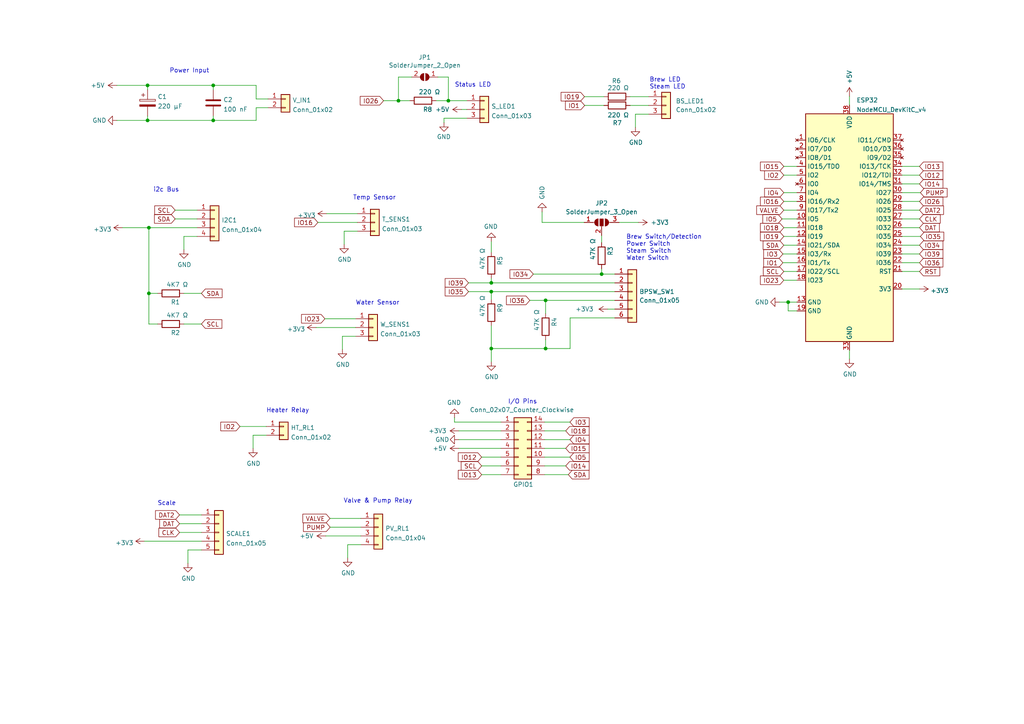
<source format=kicad_sch>
(kicad_sch (version 20230121) (generator eeschema)
  (paper "A4")
  (title_block (title "ESP32 Breakout Board - SMD") (date "2023-12-25") (rev "1.0") (company "CleverCoffee "))
  (lib_symbols
    (symbol "Conn_01x04_1" (pin_names (offset 1.016) hide)
      (property "Reference" "J" (at 0 5.08 0))
      (property "Value" "Conn_01x04_1" (at 0 -7.62 0))
      (symbol "Conn_01x04_1_1_1"
        (rectangle (start -1.27 -4.953) (end 0 -5.207) (stroke (width 0.1524)))
        (rectangle (start -1.27 -2.413) (end 0 -2.667) (stroke (width 0.1524)))
        (rectangle (start -1.27 0.127) (end 0 -0.127) (stroke (width 0.1524)))
        (rectangle (start -1.27 2.667) (end 0 2.413) (stroke (width 0.1524)))
        (rectangle (start -1.27 3.81) (end 1.27 -6.35) (stroke (width 0.254)) (fill (type background)))
        (pin passive line (at -5.08 2.54 0) (length 3.81) (name "Pin_1") (number "1"))
        (pin passive line (at -5.08 0 0) (length 3.81) (name "Pin_2") (number "2"))
        (pin passive line (at -5.08 -2.54 0) (length 3.81) (name "Pin_3") (number "3"))
        (pin passive line (at -5.08 -5.08 0) (length 3.81) (name "Pin_4") (number "4"))
      )
    )
    (symbol "Connector_Generic:Conn_01x02" (pin_names (offset 1.016) hide)
      (property "Reference" "J" (at 0 2.54 0))
      (property "Value" "Conn_01x02" (at 0 -5.08 0))
      (symbol "Conn_01x02_1_1"
        (rectangle (start -1.27 -2.413) (end 0 -2.667) (stroke (width 0.1524)))
        (rectangle (start -1.27 0.127) (end 0 -0.127) (stroke (width 0.1524)))
        (rectangle (start -1.27 1.27) (end 1.27 -3.81) (stroke (width 0.254)) (fill (type background)))
        (pin passive line (at -5.08 0 0) (length 3.81) (name "Pin_1") (number "1"))
        (pin passive line (at -5.08 -2.54 0) (length 3.81) (name "Pin_2") (number "2"))
      )
    )
    (symbol "Connector_Generic:Conn_01x03" (pin_names (offset 1.016) hide)
      (property "Reference" "J" (at 0 5.08 0))
      (property "Value" "Conn_01x03" (at 0 -5.08 0))
      (symbol "Conn_01x03_1_1"
        (rectangle (start -1.27 -2.413) (end 0 -2.667) (stroke (width 0.1524)))
        (rectangle (start -1.27 0.127) (end 0 -0.127) (stroke (width 0.1524)))
        (rectangle (start -1.27 2.667) (end 0 2.413) (stroke (width 0.1524)))
        (rectangle (start -1.27 3.81) (end 1.27 -3.81) (stroke (width 0.254)) (fill (type background)))
        (pin passive line (at -5.08 2.54 0) (length 3.81) (name "Pin_1") (number "1"))
        (pin passive line (at -5.08 0 0) (length 3.81) (name "Pin_2") (number "2"))
        (pin passive line (at -5.08 -2.54 0) (length 3.81) (name "Pin_3") (number "3"))
      )
    )
    (symbol "Connector_Generic:Conn_01x04" (pin_names (offset 1.016) hide)
      (property "Reference" "J" (at 0 5.08 0))
      (property "Value" "Conn_01x04" (at 0 -7.62 0))
      (symbol "Conn_01x04_1_1"
        (rectangle (start -1.27 -4.953) (end 0 -5.207) (stroke (width 0.1524)))
        (rectangle (start -1.27 -2.413) (end 0 -2.667) (stroke (width 0.1524)))
        (rectangle (start -1.27 0.127) (end 0 -0.127) (stroke (width 0.1524)))
        (rectangle (start -1.27 2.667) (end 0 2.413) (stroke (width 0.1524)))
        (rectangle (start -1.27 3.81) (end 1.27 -6.35) (stroke (width 0.254)) (fill (type background)))
        (pin passive line (at -5.08 2.54 0) (length 3.81) (name "Pin_1") (number "1"))
        (pin passive line (at -5.08 0 0) (length 3.81) (name "Pin_2") (number "2"))
        (pin passive line (at -5.08 -2.54 0) (length 3.81) (name "Pin_3") (number "3"))
        (pin passive line (at -5.08 -5.08 0) (length 3.81) (name "Pin_4") (number "4"))
      )
    )
    (symbol "Connector_Generic:Conn_01x05" (pin_names (offset 1.016) hide)
      (property "Reference" "J" (at 0 7.62 0))
      (property "Value" "Conn_01x05" (at 0 -7.62 0))
      (symbol "Conn_01x05_1_1"
        (rectangle (start -1.27 -4.953) (end 0 -5.207) (stroke (width 0.1524)))
        (rectangle (start -1.27 -2.413) (end 0 -2.667) (stroke (width 0.1524)))
        (rectangle (start -1.27 0.127) (end 0 -0.127) (stroke (width 0.1524)))
        (rectangle (start -1.27 2.667) (end 0 2.413) (stroke (width 0.1524)))
        (rectangle (start -1.27 5.207) (end 0 4.953) (stroke (width 0.1524)))
        (rectangle (start -1.27 6.35) (end 1.27 -6.35) (stroke (width 0.254)) (fill (type background)))
        (pin passive line (at -5.08 5.08 0) (length 3.81) (name "Pin_1") (number "1"))
        (pin passive line (at -5.08 2.54 0) (length 3.81) (name "Pin_2") (number "2"))
        (pin passive line (at -5.08 0 0) (length 3.81) (name "Pin_3") (number "3"))
        (pin passive line (at -5.08 -2.54 0) (length 3.81) (name "Pin_4") (number "4"))
        (pin passive line (at -5.08 -5.08 0) (length 3.81) (name "Pin_5") (number "5"))
      )
    )
    (symbol "Connector_Generic:Conn_01x06" (pin_names (offset 1.016) hide)
      (property "Reference" "J" (at 0 7.62 0))
      (property "Value" "Conn_01x06" (at 0 -10.16 0))
      (symbol "Conn_01x06_1_1"
        (rectangle (start -1.27 -7.493) (end 0 -7.747) (stroke (width 0.1524)))
        (rectangle (start -1.27 -4.953) (end 0 -5.207) (stroke (width 0.1524)))
        (rectangle (start -1.27 -2.413) (end 0 -2.667) (stroke (width 0.1524)))
        (rectangle (start -1.27 0.127) (end 0 -0.127) (stroke (width 0.1524)))
        (rectangle (start -1.27 2.667) (end 0 2.413) (stroke (width 0.1524)))
        (rectangle (start -1.27 5.207) (end 0 4.953) (stroke (width 0.1524)))
        (rectangle (start -1.27 6.35) (end 1.27 -8.89) (stroke (width 0.254)) (fill (type background)))
        (pin passive line (at -5.08 5.08 0) (length 3.81) (name "Pin_1") (number "1"))
        (pin passive line (at -5.08 2.54 0) (length 3.81) (name "Pin_2") (number "2"))
        (pin passive line (at -5.08 0 0) (length 3.81) (name "Pin_3") (number "3"))
        (pin passive line (at -5.08 -2.54 0) (length 3.81) (name "Pin_4") (number "4"))
        (pin passive line (at -5.08 -5.08 0) (length 3.81) (name "Pin_5") (number "5"))
        (pin passive line (at -5.08 -7.62 0) (length 3.81) (name "Pin_6") (number "6"))
      )
    )
    (symbol "Connector_Generic:Conn_02x07_Counter_Clockwise" (pin_names (offset 1.016) hide)
      (property "Reference" "J" (at 1.27 10.16 0))
      (property "Value" "Conn_02x07_Counter_Clockwise" (at 1.27 -10.16 0))
      (symbol "Conn_02x07_Counter_Clockwise_1_1"
        (rectangle (start -1.27 -7.493) (end 0 -7.747) (stroke (width 0.1524)))
        (rectangle (start -1.27 -4.953) (end 0 -5.207) (stroke (width 0.1524)))
        (rectangle (start -1.27 -2.413) (end 0 -2.667) (stroke (width 0.1524)))
        (rectangle (start -1.27 0.127) (end 0 -0.127) (stroke (width 0.1524)))
        (rectangle (start -1.27 2.667) (end 0 2.413) (stroke (width 0.1524)))
        (rectangle (start -1.27 5.207) (end 0 4.953) (stroke (width 0.1524)))
        (rectangle (start -1.27 7.747) (end 0 7.493) (stroke (width 0.1524)))
        (rectangle (start -1.27 8.89) (end 3.81 -8.89) (stroke (width 0.254)) (fill (type background)))
        (rectangle (start 3.81 -7.493) (end 2.54 -7.747) (stroke (width 0.1524)))
        (rectangle (start 3.81 -4.953) (end 2.54 -5.207) (stroke (width 0.1524)))
        (rectangle (start 3.81 -2.413) (end 2.54 -2.667) (stroke (width 0.1524)))
        (rectangle (start 3.81 0.127) (end 2.54 -0.127) (stroke (width 0.1524)))
        (rectangle (start 3.81 2.667) (end 2.54 2.413) (stroke (width 0.1524)))
        (rectangle (start 3.81 5.207) (end 2.54 4.953) (stroke (width 0.1524)))
        (rectangle (start 3.81 7.747) (end 2.54 7.493) (stroke (width 0.1524)))
        (pin passive line (at -5.08 7.62 0) (length 3.81) (name "Pin_1") (number "1"))
        (pin passive line (at 7.62 -2.54 180) (length 3.81) (name "Pin_10") (number "10"))
        (pin passive line (at 7.62 0 180) (length 3.81) (name "Pin_11") (number "11"))
        (pin passive line (at 7.62 2.54 180) (length 3.81) (name "Pin_12") (number "12"))
        (pin passive line (at 7.62 5.08 180) (length 3.81) (name "Pin_13") (number "13"))
        (pin passive line (at 7.62 7.62 180) (length 3.81) (name "Pin_14") (number "14"))
        (pin passive line (at -5.08 5.08 0) (length 3.81) (name "Pin_2") (number "2"))
        (pin passive line (at -5.08 2.54 0) (length 3.81) (name "Pin_3") (number "3"))
        (pin passive line (at -5.08 0 0) (length 3.81) (name "Pin_4") (number "4"))
        (pin passive line (at -5.08 -2.54 0) (length 3.81) (name "Pin_5") (number "5"))
        (pin passive line (at -5.08 -5.08 0) (length 3.81) (name "Pin_6") (number "6"))
        (pin passive line (at -5.08 -7.62 0) (length 3.81) (name "Pin_7") (number "7"))
        (pin passive line (at 7.62 -7.62 180) (length 3.81) (name "Pin_8") (number "8"))
        (pin passive line (at 7.62 -5.08 180) (length 3.81) (name "Pin_9") (number "9"))
      )
    )
    (symbol "Device:C" (pin_numbers hide) (pin_names (offset 0.254))
      (property "Reference" "C" (at 0.635 2.54 0))
      (property "Value" "C" (at 0.635 -2.54 0))
      (symbol "C_0_1"
        (polyline (pts (xy -2.032 -0.762) (xy 2.032 -0.762)) (stroke (width 0.508)))
        (polyline (pts (xy -2.032 0.762) (xy 2.032 0.762)) (stroke (width 0.508)))
      )
      (symbol "C_1_1"
        (pin passive line (at 0 3.81 270) (length 2.794) (name "~") (number "1"))
        (pin passive line (at 0 -3.81 90) (length 2.794) (name "~") (number "2"))
      )
    )
    (symbol "Device:C_Polarized" (pin_numbers hide) (pin_names (offset 0.254))
      (property "Reference" "C" (at 0.635 2.54 0))
      (property "Value" "C_Polarized" (at 0.635 -2.54 0))
      (symbol "C_Polarized_0_1"
        (rectangle (start -2.286 0.508) (end 2.286 1.016))
        (polyline (pts (xy -1.778 2.286) (xy -0.762 2.286)))
        (polyline (pts (xy -1.27 2.794) (xy -1.27 1.778)))
        (rectangle (start 2.286 -0.508) (end -2.286 -1.016) (fill (type outline)))
      )
      (symbol "C_Polarized_1_1"
        (pin passive line (at 0 3.81 270) (length 2.794) (name "~") (number "1"))
        (pin passive line (at 0 -3.81 90) (length 2.794) (name "~") (number "2"))
      )
    )
    (symbol "Device:R" (pin_numbers hide) (pin_names (offset 0))
      (property "Reference" "R" (at 2.032 0 90))
      (property "Value" "R" (at 0 0 90))
      (symbol "R_0_1"
        (rectangle (start -1.016 -2.54) (end 1.016 2.54) (stroke (width 0.254)))
      )
      (symbol "R_1_1"
        (pin passive line (at 0 3.81 270) (length 1.27) (name "~") (number "1"))
        (pin passive line (at 0 -3.81 90) (length 1.27) (name "~") (number "2"))
      )
    )
    (symbol "Jumper:SolderJumper_2_Open" (pin_names (offset 0) hide)
      (property "Reference" "JP" (at 0 2.032 0))
      (property "Value" "SolderJumper_2_Open" (at 0 -2.54 0))
      (symbol "SolderJumper_2_Open_0_1"
        (arc (start -0.254 1.016) (mid -1.2656 0) (end -0.254 -1.016))
        (arc (start -0.254 1.016) (mid -1.2656 0) (end -0.254 -1.016) (fill (type outline)))
        (polyline (pts (xy -0.254 1.016) (xy -0.254 -1.016)))
        (polyline (pts (xy 0.254 1.016) (xy 0.254 -1.016)))
        (arc (start 0.254 -1.016) (mid 1.2656 0) (end 0.254 1.016))
        (arc (start 0.254 -1.016) (mid 1.2656 0) (end 0.254 1.016) (fill (type outline)))
      )
      (symbol "SolderJumper_2_Open_1_1"
        (pin passive line (at -3.81 0 0) (length 2.54) (name "A") (number "1"))
        (pin passive line (at 3.81 0 180) (length 2.54) (name "B") (number "2"))
      )
    )
    (symbol "Jumper:SolderJumper_3_Open" (pin_names (offset 0) hide)
      (property "Reference" "JP" (at -2.54 -2.54 0))
      (property "Value" "SolderJumper_3_Open" (at 0 2.794 0))
      (symbol "SolderJumper_3_Open_0_1"
        (arc (start -1.016 1.016) (mid -2.0276 0) (end -1.016 -1.016))
        (arc (start -1.016 1.016) (mid -2.0276 0) (end -1.016 -1.016) (fill (type outline)))
        (rectangle (start -0.508 1.016) (end 0.508 -1.016) (fill (type outline)))
        (polyline (pts (xy -2.54 0) (xy -2.032 0)))
        (polyline (pts (xy -1.016 1.016) (xy -1.016 -1.016)))
        (polyline (pts (xy 0 -1.27) (xy 0 -1.016)))
        (polyline (pts (xy 1.016 1.016) (xy 1.016 -1.016)))
        (polyline (pts (xy 2.54 0) (xy 2.032 0)))
        (arc (start 1.016 -1.016) (mid 2.0276 0) (end 1.016 1.016))
        (arc (start 1.016 -1.016) (mid 2.0276 0) (end 1.016 1.016) (fill (type outline)))
      )
      (symbol "SolderJumper_3_Open_1_1"
        (pin passive line (at -5.08 0 0) (length 2.54) (name "A") (number "1"))
        (pin passive line (at 0 -3.81 90) (length 2.54) (name "C") (number "2"))
        (pin passive line (at 5.08 0 180) (length 2.54) (name "B") (number "3"))
      )
    )
    (symbol "MCU_Espressif:NodeMCU_DevKitC_v4"
      (property "Reference" "ESP32" (at 2.0194 36.9865 0))
      (property "Value" "NodeMCU_DevKitC_v4" (at 2.0194 34.2114 0))
      (symbol "NodeMCU_DevKitC_v4_0_1"
        (rectangle (start -12.7 33.02) (end 12.7 -33.02) (stroke (width 0.254)) (fill (type background)))
      )
      (symbol "NodeMCU_DevKitC_v4_1_1"
        (pin no_connect line (at -15.24 25.4 0) (length 2.54) (name "IO6/CLK") (number "1"))
        (pin bidirectional line (at -15.24 2.54 0) (length 2.54) (name "IO5") (number "10"))
        (pin bidirectional line (at -15.24 0 0) (length 2.54) (name "IO18") (number "11"))
        (pin bidirectional line (at -15.24 -2.54 0) (length 2.54) (name "IO19") (number "12"))
        (pin power_in line (at -15.24 -21.59 0) (length 2.54) (name "GND") (number "13"))
        (pin bidirectional line (at -15.24 -5.08 0) (length 2.54) (name "IO21/SDA") (number "14"))
        (pin bidirectional line (at -15.24 -7.62 0) (length 2.54) (name "IO3/Rx") (number "15"))
        (pin bidirectional line (at -15.24 -10.16 0) (length 2.54) (name "IO1/Tx") (number "16"))
        (pin bidirectional line (at -15.24 -12.7 0) (length 2.54) (name "IO22/SCL") (number "17"))
        (pin bidirectional line (at -15.24 -15.24 0) (length 2.54) (name "IO23") (number "18"))
        (pin power_in line (at -15.24 -24.13 0) (length 2.54) (name "GND") (number "19"))
        (pin no_connect line (at -15.24 22.86 0) (length 2.54) (name "IO7/D0") (number "2"))
        (pin power_out line (at 15.24 -17.78 180) (length 2.54) (name "3V3") (number "20"))
        (pin input line (at 15.24 -12.7 180) (length 2.54) (name "RST") (number "21"))
        (pin bidirectional line (at 15.24 -10.16 180) (length 2.54) (name "IO36") (number "22"))
        (pin bidirectional line (at 15.24 -7.62 180) (length 2.54) (name "IO39") (number "23"))
        (pin bidirectional line (at 15.24 -5.08 180) (length 2.54) (name "IO34") (number "24"))
        (pin bidirectional line (at 15.24 -2.54 180) (length 2.54) (name "IO35") (number "25"))
        (pin bidirectional line (at 15.24 0 180) (length 2.54) (name "IO32") (number "26"))
        (pin bidirectional line (at 15.24 2.54 180) (length 2.54) (name "IO33") (number "27"))
        (pin bidirectional line (at 15.24 5.08 180) (length 2.54) (name "IO25") (number "28"))
        (pin bidirectional line (at 15.24 7.62 180) (length 2.54) (name "IO26") (number "29"))
        (pin no_connect line (at -15.24 20.32 0) (length 2.54) (name "IO8/D1") (number "3"))
        (pin bidirectional line (at 15.24 10.16 180) (length 2.54) (name "IO27") (number "30"))
        (pin bidirectional line (at 15.24 12.7 180) (length 2.54) (name "IO14/TMS") (number "31"))
        (pin bidirectional line (at 15.24 15.24 180) (length 2.54) (name "IO12/TDI") (number "32"))
        (pin power_in line (at 0 -35.56 90) (length 2.54) (name "GND") (number "33"))
        (pin bidirectional line (at 15.24 17.78 180) (length 2.54) (name "IO13/TCK") (number "34"))
        (pin no_connect line (at 15.24 20.32 180) (length 2.54) (name "IO9/D2") (number "35"))
        (pin no_connect line (at 15.24 22.86 180) (length 2.54) (name "IO10/D3") (number "36"))
        (pin no_connect line (at 15.24 25.4 180) (length 2.54) (name "IO11/CMD") (number "37"))
        (pin power_in line (at 0 35.56 270) (length 2.54) (name "VDD") (number "38"))
        (pin bidirectional line (at -15.24 17.78 0) (length 2.54) (name "IO15/TDO") (number "4"))
        (pin bidirectional line (at -15.24 15.24 0) (length 2.54) (name "IO2") (number "5"))
        (pin no_connect line (at -15.24 12.7 0) (length 2.54) (name "IO0") (number "6"))
        (pin bidirectional line (at -15.24 10.16 0) (length 2.54) (name "IO4") (number "7"))
        (pin bidirectional line (at -15.24 7.62 0) (length 2.54) (name "IO16/Rx2") (number "8"))
        (pin bidirectional line (at -15.24 5.08 0) (length 2.54) (name "IO17/Tx2") (number "9"))
      )
    )
    (symbol "power:+3.3V" (power) (pin_names (offset 0))
      (property "Value" "+3.3V" (at 0 3.556 0))
      (symbol "+3.3V_0_1"
        (polyline (pts (xy -0.762 1.27) (xy 0 2.54)))
        (polyline (pts (xy 0 0) (xy 0 2.54)))
        (polyline (pts (xy 0 2.54) (xy 0.762 1.27)))
      )
      (symbol "+3.3V_1_1"
        (pin power_in line (at 0 0 90) (length 0) hide (name "+3V3") (number "1"))
      )
    )
    (symbol "power:+5V" (power) (pin_names (offset 0))
      (property "Value" "+5V" (at 0 3.556 0))
      (symbol "+5V_0_1"
        (polyline (pts (xy -0.762 1.27) (xy 0 2.54)))
        (polyline (pts (xy 0 0) (xy 0 2.54)))
        (polyline (pts (xy 0 2.54) (xy 0.762 1.27)))
      )
      (symbol "+5V_1_1"
        (pin power_in line (at 0 0 90) (length 0) hide (name "+5V") (number "1"))
      )
    )
    (symbol "power:GND" (power) (pin_names (offset 0))
      (property "Value" "GND" (at 0 -3.81 0))
      (symbol "GND_0_1"
        (polyline (pts (xy 0 0) (xy 0 -1.27) (xy 1.27 -1.27) (xy 0 -2.54) (xy -1.27 -1.27) (xy 0 -1.27)))
      )
      (symbol "GND_1_1"
        (pin power_in line (at 0 0 270) (length 0) hide (name "GND") (number "1"))
      )
    )
  )
  (junction (at 43.18 66.04))
  (junction (at 43.18 85.09))
  (junction (at 228.6 87.63))
  (junction (at 61.849 34.925))
  (junction (at 142.494 84.582))
  (junction (at 115.57 29.21))
  (junction (at 61.849 24.765))
  (junction (at 158.242 101.092))
  (junction (at 42.799 24.765))
  (junction (at 174.498 79.502))
  (junction (at 158.242 87.122))
  (junction (at 42.799 34.925))
  (junction (at 142.494 82.042))
  (junction (at 142.494 101.092))
  (junction (at 130.048 29.21))
  (wire (pts (xy 94.234 92.456) (xy 103.124 92.456)))
  (wire (pts (xy 133.096 130.048) (xy 145.288 130.048)))
  (wire (pts (xy 54.5084 159.512) (xy 54.5084 163.3728)))
  (wire (pts (xy 92.202 64.516) (xy 103.632 64.516)))
  (wire (pts (xy 131.826 122.428) (xy 131.826 121.158)))
  (wire (pts (xy 184.3024 36.9316) (xy 184.3024 33.1216)))
  (wire (pts (xy 157.988 124.968) (xy 164.084 124.968)))
  (wire (pts (xy 226.06 87.63) (xy 228.6 87.63)))
  (wire (pts (xy 43.18 85.09) (xy 43.18 93.98)))
  (wire (pts (xy 145.288 122.428) (xy 131.826 122.428)))
  (wire (pts (xy 94.488 155.448) (xy 104.648 155.448)))
  (wire (pts (xy 77.724 31.242) (xy 74.295 31.242)))
  (wire (pts (xy 61.849 24.765) (xy 61.849 26.035)))
  (wire (pts (xy 99.314 97.536) (xy 103.124 97.536)))
  (wire (pts (xy 50.8 63.5) (xy 57.15 63.5)))
  (wire (pts (xy 153.67 87.122) (xy 158.242 87.122)))
  (wire (pts (xy 42.799 34.925) (xy 61.849 34.925)))
  (wire (pts (xy 43.18 85.09) (xy 45.72 85.09)))
  (wire (pts (xy 246.38 101.6) (xy 246.38 104.14)))
  (wire (pts (xy 139.7 132.588) (xy 145.288 132.588)))
  (wire (pts (xy 99.314 101.346) (xy 99.314 97.536)))
  (wire (pts (xy 74.295 24.765) (xy 74.295 28.702)))
  (wire (pts (xy 53.34 93.98) (xy 58.42 93.98)))
  (wire (pts (xy 133.096 127.508) (xy 145.288 127.508)))
  (wire (pts (xy 133.096 124.968) (xy 145.288 124.968)))
  (wire (pts (xy 94.742 61.976) (xy 103.632 61.976)))
  (wire (pts (xy 42.799 24.765) (xy 42.799 26.035)))
  (wire (pts (xy 61.849 33.655) (xy 61.849 34.925)))
  (wire (pts (xy 126.492 29.21) (xy 130.048 29.21)))
  (wire (pts (xy 169.5196 28.0416) (xy 175.1584 28.0416)))
  (wire (pts (xy 228.6 87.63) (xy 231.14 87.63)))
  (wire (pts (xy 246.38 27.94) (xy 246.38 30.48)))
  (wire (pts (xy 43.18 66.04) (xy 43.18 85.09)))
  (wire (pts (xy 227.33 50.8) (xy 231.14 50.8)))
  (wire (pts (xy 42.799 33.655) (xy 42.799 34.925)))
  (wire (pts (xy 135.89 84.582) (xy 142.494 84.582)))
  (wire (pts (xy 261.62 50.8) (xy 266.7 50.8)))
  (wire (pts (xy 139.7 135.128) (xy 145.288 135.128)))
  (wire (pts (xy 100.838 161.798) (xy 100.838 157.988)))
  (wire (pts (xy 174.498 68.326) (xy 174.498 70.358)))
  (wire (pts (xy 53.34 68.58) (xy 53.34 72.39)))
  (wire (pts (xy 77.724 28.702) (xy 74.295 28.702)))
  (wire (pts (xy 226.822 63.5) (xy 231.14 63.5)))
  (wire (pts (xy 227.33 68.58) (xy 231.14 68.58)))
  (wire (pts (xy 227.33 71.12) (xy 231.14 71.12)))
  (wire (pts (xy 99.822 67.056) (xy 103.632 67.056)))
  (wire (pts (xy 77.216 126.238) (xy 73.406 126.238)))
  (wire (pts (xy 227.076 76.2) (xy 231.14 76.2)))
  (wire (pts (xy 130.048 22.352) (xy 130.048 29.21)))
  (wire (pts (xy 158.242 87.122) (xy 178.308 87.122)))
  (wire (pts (xy 52.07 154.432) (xy 58.42 154.432)))
  (wire (pts (xy 157.988 127.508) (xy 165.3032 127.508)))
  (wire (pts (xy 158.242 98.552) (xy 158.242 101.092)))
  (wire (pts (xy 261.62 60.96) (xy 266.7 60.96)))
  (wire (pts (xy 95.758 152.908) (xy 104.648 152.908)))
  (wire (pts (xy 261.62 58.42) (xy 266.7 58.42)))
  (wire (pts (xy 261.62 53.34) (xy 266.7 53.34)))
  (wire (pts (xy 128.778 34.29) (xy 128.778 35.56)))
  (wire (pts (xy 115.57 22.352) (xy 115.57 29.21)))
  (wire (pts (xy 157.226 61.468) (xy 157.226 64.516)))
  (wire (pts (xy 261.62 48.26) (xy 266.7 48.26)))
  (wire (pts (xy 227.33 55.88) (xy 231.14 55.88)))
  (wire (pts (xy 179.578 64.516) (xy 185.166 64.516)))
  (wire (pts (xy 174.498 77.978) (xy 174.498 79.502)))
  (wire (pts (xy 74.295 24.765) (xy 61.849 24.765)))
  (wire (pts (xy 33.909 24.765) (xy 42.799 24.765)))
  (wire (pts (xy 227.33 58.42) (xy 231.14 58.42)))
  (wire (pts (xy 165.354 92.202) (xy 178.308 92.202)))
  (wire (pts (xy 142.494 101.092) (xy 158.242 101.092)))
  (wire (pts (xy 157.988 122.428) (xy 165.3032 122.428)))
  (wire (pts (xy 261.62 55.88) (xy 266.954 55.88)))
  (wire (pts (xy 184.3024 33.1216) (xy 188.1124 33.1216)))
  (wire (pts (xy 174.498 79.502) (xy 178.308 79.502)))
  (wire (pts (xy 52.07 149.352) (xy 58.42 149.352)))
  (wire (pts (xy 111.252 29.21) (xy 115.57 29.21)))
  (wire (pts (xy 157.226 64.516) (xy 169.418 64.516)))
  (wire (pts (xy 115.57 29.21) (xy 118.872 29.21)))
  (wire (pts (xy 188.1124 30.5816) (xy 182.7784 30.5816)))
  (wire (pts (xy 261.62 63.5) (xy 266.7 63.5)))
  (wire (pts (xy 91.694 94.996) (xy 103.124 94.996)))
  (wire (pts (xy 176.276 89.662) (xy 178.308 89.662)))
  (wire (pts (xy 53.34 85.09) (xy 58.42 85.09)))
  (wire (pts (xy 142.494 94.488) (xy 142.494 101.092)))
  (wire (pts (xy 157.988 132.588) (xy 165.3032 132.588)))
  (wire (pts (xy 69.596 123.698) (xy 77.216 123.698)))
  (wire (pts (xy 261.62 68.58) (xy 266.954 68.58)))
  (wire (pts (xy 74.295 34.925) (xy 61.849 34.925)))
  (wire (pts (xy 119.38 22.352) (xy 115.57 22.352)))
  (wire (pts (xy 135.382 34.29) (xy 128.778 34.29)))
  (wire (pts (xy 157.988 130.048) (xy 164.084 130.048)))
  (wire (pts (xy 135.89 82.042) (xy 142.494 82.042)))
  (wire (pts (xy 133.858 31.75) (xy 135.382 31.75)))
  (wire (pts (xy 35.56 66.04) (xy 43.18 66.04)))
  (wire (pts (xy 41.91 156.972) (xy 58.42 156.972)))
  (wire (pts (xy 142.494 84.582) (xy 178.308 84.582)))
  (wire (pts (xy 142.494 80.772) (xy 142.494 82.042)))
  (wire (pts (xy 227.33 48.26) (xy 231.14 48.26)))
  (wire (pts (xy 261.62 78.74) (xy 266.7 78.74)))
  (wire (pts (xy 53.34 68.58) (xy 57.15 68.58)))
  (wire (pts (xy 227.33 60.96) (xy 231.14 60.96)))
  (wire (pts (xy 43.18 66.04) (xy 57.15 66.04)))
  (wire (pts (xy 130.048 29.21) (xy 135.382 29.21)))
  (wire (pts (xy 227.33 81.28) (xy 231.14 81.28)))
  (wire (pts (xy 169.5704 30.5816) (xy 175.1584 30.5816)))
  (wire (pts (xy 52.07 151.892) (xy 58.42 151.892)))
  (wire (pts (xy 227.076 73.66) (xy 231.14 73.66)))
  (wire (pts (xy 158.242 101.092) (xy 165.354 101.092)))
  (wire (pts (xy 100.838 157.988) (xy 104.648 157.988)))
  (wire (pts (xy 74.295 31.242) (xy 74.295 34.925)))
  (wire (pts (xy 228.6 90.17) (xy 228.6 87.63)))
  (wire (pts (xy 261.62 83.82) (xy 266.7 83.82)))
  (wire (pts (xy 50.8 60.96) (xy 57.15 60.96)))
  (wire (pts (xy 158.242 87.122) (xy 158.242 90.932)))
  (wire (pts (xy 261.62 71.12) (xy 266.7 71.12)))
  (wire (pts (xy 154.686 79.502) (xy 174.498 79.502)))
  (wire (pts (xy 142.494 84.582) (xy 142.494 86.868)))
  (wire (pts (xy 33.909 34.925) (xy 42.799 34.925)))
  (wire (pts (xy 54.5084 159.512) (xy 58.42 159.512)))
  (wire (pts (xy 142.494 101.092) (xy 142.494 104.902)))
  (wire (pts (xy 231.14 90.17) (xy 228.6 90.17)))
  (wire (pts (xy 142.494 70.104) (xy 142.494 73.152)))
  (wire (pts (xy 139.7 137.668) (xy 145.288 137.668)))
  (wire (pts (xy 182.7784 28.0416) (xy 188.1124 28.0416)))
  (wire (pts (xy 227.33 66.04) (xy 231.14 66.04)))
  (wire (pts (xy 165.354 92.202) (xy 165.354 101.092)))
  (wire (pts (xy 95.7072 150.368) (xy 104.648 150.368)))
  (wire (pts (xy 43.18 93.98) (xy 45.72 93.98)))
  (wire (pts (xy 127 22.352) (xy 130.048 22.352)))
  (wire (pts (xy 227.33 78.74) (xy 231.14 78.74)))
  (wire (pts (xy 99.822 70.866) (xy 99.822 67.056)))
  (wire (pts (xy 157.988 135.128) (xy 164.084 135.128)))
  (wire (pts (xy 157.988 137.668) (xy 164.846 137.668)))
  (wire (pts (xy 261.62 76.2) (xy 266.7 76.2)))
  (wire (pts (xy 73.406 126.238) (xy 73.406 130.048)))
  (wire (pts (xy 142.494 82.042) (xy 178.308 82.042)))
  (wire (pts (xy 261.62 66.04) (xy 266.7 66.04)))
  (wire (pts (xy 261.62 73.66) (xy 266.7 73.66)))
  (wire (pts (xy 42.799 24.765) (xy 61.849 24.765)))
  (text "Status LED" (at 131.8768 25.4508 0) (effects (font (size 1.27 1.27)) (justify left bottom)))
  (text "i2c Bus\n" (at 44.45 55.88 0) (effects (font (size 1.27 1.27)) (justify left bottom)))
  (text "Temp Sensor\n" (at 102.362 58.166 0) (effects (font (size 1.27 1.27)) (justify left bottom)))
  (text "Brew Switch/Detection\nPower Switch\nSteam Switch\nWater Switch\n" (at 181.61 75.692 0) (effects (font (size 1.27 1.27)) (justify left bottom)))
  (text "Heater Relay" (at 77.216 119.888 0) (effects (font (size 1.27 1.27)) (justify left bottom)))
  (text "Scale\n" (at 45.6692 146.812 0) (effects (font (size 1.27 1.27)) (justify left bottom)))
  (text "Brew LED\nSteam LED" (at 188.3664 26.0096 0) (effects (font (size 1.27 1.27)) (justify left bottom)))
  (text "I/O Pins\n" (at 147.32 117.348 0) (effects (font (size 1.27 1.27)) (justify left bottom)))
  (text "Power Input" (at 49.149 21.336 0) (effects (font (size 1.27 1.27)) (justify left bottom)))
  (text "Valve & Pump Relay\n" (at 99.6188 146.1008 0) (effects (font (size 1.27 1.27)) (justify left bottom)))
  (text "Water Sensor\n" (at 103.124 88.646 0) (effects (font (size 1.27 1.27)) (justify left bottom)))
  (global_label "IO35" (shape input) (at 135.89 84.582 180) (property "Intersheetrefs" "${INTERSHEET_REFS}" (effects hide)))
  (global_label "IO15" (shape input) (at 164.084 130.048 0) (property "Intersheetrefs" "${INTERSHEET_REFS}" (effects hide)))
  (global_label "IO3" (shape input) (at 227.076 73.66 180) (property "Intersheetrefs" "${INTERSHEET_REFS}" (effects hide)))
  (global_label "DAT" (shape input) (at 52.07 151.892 180) (property "Intersheetrefs" "${INTERSHEET_REFS}" (effects hide)))
  (global_label "CLK" (shape input) (at 266.7 63.5 0) (property "Intersheetrefs" "${INTERSHEET_REFS}" (effects hide)))
  (global_label "IO1" (shape input) (at 227.076 76.2 180) (property "Intersheetrefs" "${INTERSHEET_REFS}" (effects hide)))
  (global_label "SCL" (shape input) (at 139.7 135.128 180) (property "Intersheetrefs" "${INTERSHEET_REFS}" (effects hide)))
  (global_label "IO12" (shape input) (at 139.7 132.588 180) (property "Intersheetrefs" "${INTERSHEET_REFS}" (effects hide)))
  (global_label "IO39" (shape input) (at 135.89 82.042 180) (property "Intersheetrefs" "${INTERSHEET_REFS}" (effects hide)))
  (global_label "IO18" (shape input) (at 227.33 66.04 180) (property "Intersheetrefs" "${INTERSHEET_REFS}" (effects hide)))
  (global_label "CLK" (shape input) (at 52.07 154.432 180) (property "Intersheetrefs" "${INTERSHEET_REFS}" (effects hide)))
  (global_label "IO35" (shape input) (at 266.954 68.58 0) (property "Intersheetrefs" "${INTERSHEET_REFS}" (effects hide)))
  (global_label "IO12" (shape input) (at 266.7 50.8 0) (property "Intersheetrefs" "${INTERSHEET_REFS}" (effects hide)))
  (global_label "IO2" (shape input) (at 69.596 123.698 180) (property "Intersheetrefs" "${INTERSHEET_REFS}" (effects hide)))
  (global_label "IO19" (shape input) (at 169.5196 28.0416 180) (property "Intersheetrefs" "${INTERSHEET_REFS}" (effects hide)))
  (global_label "IO26" (shape input) (at 111.252 29.21 180) (property "Intersheetrefs" "${INTERSHEET_REFS}" (effects hide)))
  (global_label "PUMP" (shape input) (at 95.758 152.908 180) (property "Intersheetrefs" "${INTERSHEET_REFS}" (effects hide)))
  (global_label "IO23" (shape input) (at 227.33 81.28 180) (property "Intersheetrefs" "${INTERSHEET_REFS}" (effects hide)))
  (global_label "SDA" (shape input) (at 50.8 63.5 180) (property "Intersheetrefs" "${INTERSHEET_REFS}" (effects hide)))
  (global_label "IO5" (shape input) (at 226.822 63.5 180) (property "Intersheetrefs" "${INTERSHEET_REFS}" (effects hide)))
  (global_label "IO15" (shape input) (at 227.33 48.26 180) (property "Intersheetrefs" "${INTERSHEET_REFS}" (effects hide)))
  (global_label "IO19" (shape input) (at 227.33 68.58 180) (property "Intersheetrefs" "${INTERSHEET_REFS}" (effects hide)))
  (global_label "VALVE" (shape input) (at 95.7072 150.368 180) (property "Intersheetrefs" "${INTERSHEET_REFS}" (effects hide)))
  (global_label "SDA" (shape input) (at 227.33 71.12 180) (property "Intersheetrefs" "${INTERSHEET_REFS}" (effects hide)))
  (global_label "IO16" (shape input) (at 227.33 58.42 180) (property "Intersheetrefs" "${INTERSHEET_REFS}" (effects hide)))
  (global_label "SCL" (shape input) (at 50.8 60.96 180) (property "Intersheetrefs" "${INTERSHEET_REFS}" (effects hide)))
  (global_label "IO14" (shape input) (at 164.084 135.128 0) (property "Intersheetrefs" "${INTERSHEET_REFS}" (effects hide)))
  (global_label "DAT2" (shape input) (at 52.07 149.352 180) (property "Intersheetrefs" "${INTERSHEET_REFS}" (effects hide)))
  (global_label "IO18" (shape input) (at 164.084 124.968 0) (property "Intersheetrefs" "${INTERSHEET_REFS}" (effects hide)))
  (global_label "IO23" (shape input) (at 94.234 92.456 180) (property "Intersheetrefs" "${INTERSHEET_REFS}" (effects hide)))
  (global_label "SDA" (shape input) (at 58.42 85.09 0) (property "Intersheetrefs" "${INTERSHEET_REFS}" (effects hide)))
  (global_label "IO13" (shape input) (at 266.7 48.26 0) (property "Intersheetrefs" "${INTERSHEET_REFS}" (effects hide)))
  (global_label "IO39" (shape input) (at 266.7 73.66 0) (property "Intersheetrefs" "${INTERSHEET_REFS}" (effects hide)))
  (global_label "VALVE" (shape input) (at 227.33 60.96 180) (property "Intersheetrefs" "${INTERSHEET_REFS}" (effects hide)))
  (global_label "IO26" (shape input) (at 266.7 58.42 0) (property "Intersheetrefs" "${INTERSHEET_REFS}" (effects hide)))
  (global_label "DAT" (shape input) (at 266.7 66.04 0) (property "Intersheetrefs" "${INTERSHEET_REFS}" (effects hide)))
  (global_label "IO36" (shape input) (at 266.7 76.2 0) (property "Intersheetrefs" "${INTERSHEET_REFS}" (effects hide)))
  (global_label "IO4" (shape input) (at 165.3032 127.508 0) (property "Intersheetrefs" "${INTERSHEET_REFS}" (effects hide)))
  (global_label "IO13" (shape input) (at 139.7 137.668 180) (property "Intersheetrefs" "${INTERSHEET_REFS}" (effects hide)))
  (global_label "RST" (shape input) (at 266.7 78.74 0) (property "Intersheetrefs" "${INTERSHEET_REFS}" (effects hide)))
  (global_label "IO2" (shape input) (at 227.33 50.8 180) (property "Intersheetrefs" "${INTERSHEET_REFS}" (effects hide)))
  (global_label "IO14" (shape input) (at 266.7 53.34 0) (property "Intersheetrefs" "${INTERSHEET_REFS}" (effects hide)))
  (global_label "SCL" (shape input) (at 227.33 78.74 180) (property "Intersheetrefs" "${INTERSHEET_REFS}" (effects hide)))
  (global_label "IO16" (shape input) (at 92.202 64.516 180) (property "Intersheetrefs" "${INTERSHEET_REFS}" (effects hide)))
  (global_label "IO3" (shape input) (at 165.3032 122.428 0) (property "Intersheetrefs" "${INTERSHEET_REFS}" (effects hide)))
  (global_label "IO34" (shape input) (at 154.686 79.502 180) (property "Intersheetrefs" "${INTERSHEET_REFS}" (effects hide)))
  (global_label "IO1" (shape input) (at 169.5704 30.5816 180) (property "Intersheetrefs" "${INTERSHEET_REFS}" (effects hide)))
  (global_label "IO34" (shape input) (at 266.7 71.12 0) (property "Intersheetrefs" "${INTERSHEET_REFS}" (effects hide)))
  (global_label "SDA" (shape input) (at 164.846 137.668 0) (property "Intersheetrefs" "${INTERSHEET_REFS}" (effects hide)))
  (global_label "IO5" (shape input) (at 165.3032 132.588 0) (property "Intersheetrefs" "${INTERSHEET_REFS}" (effects hide)))
  (global_label "IO4" (shape input) (at 227.33 55.88 180) (property "Intersheetrefs" "${INTERSHEET_REFS}" (effects hide)))
  (global_label "PUMP" (shape input) (at 266.954 55.88 0) (property "Intersheetrefs" "${INTERSHEET_REFS}" (effects hide)))
  (global_label "IO36" (shape input) (at 153.67 87.122 180) (property "Intersheetrefs" "${INTERSHEET_REFS}" (effects hide)))
  (global_label "DAT2" (shape input) (at 266.7 60.96 0) (property "Intersheetrefs" "${INTERSHEET_REFS}" (effects hide)))
  (global_label "SCL" (shape input) (at 58.42 93.98 0) (property "Intersheetrefs" "${INTERSHEET_REFS}" (effects hide)))
  (symbol (lib_id "power:GND") (at 133.096 127.508 270) (unit 1)
    (property "Reference" "#PWR03" (effects hide))
    (property "Value" "GND" (at 128.27 127.508 90))
  )
  (symbol (lib_id "Connector_Generic:Conn_01x02") (at 82.296 123.698 0) (unit 1)
    (property "Reference" "HT_RL1" (at 84.328 124.0595 0) (effects (justify left)))
    (property "Value" "Conn_01x02" (at 84.328 126.8346 0) (effects (justify left)))
    (property "Footprint" "Connector_PinSocket_2.54mm:PinSocket_1x02_P2.54mm_Vertical" (effects hide))
  )
  (symbol (lib_id "Device:R") (at 142.494 90.678 0) (unit 1)
    (property "Reference" "R9" (at 145.034 90.678 90) (effects (justify left)))
    (property "Value" "47K Ω" (at 139.954 91.948 90) (effects (justify left)))
    (property "Footprint" "Resistor_SMD:R_1206_3216Metric_Pad1.30x1.75mm_HandSolder" (effects hide))
  )
  (symbol (lib_id "Connector_Generic:Conn_01x03") (at 108.204 94.996 0) (unit 1)
    (property "Reference" "W_SENS1" (at 110.236 94.0875 0) (effects (justify left)))
    (property "Value" "Conn_01x03" (at 110.236 96.8626 0) (effects (justify left)))
    (property "Footprint" "Connector_PinSocket_2.54mm:PinSocket_1x03_P2.54mm_Vertical" (effects hide))
  )
  (symbol (lib_id "power:GND") (at 246.38 104.14 0) (unit 1)
    (property "Reference" "#PWR0114" (effects hide))
    (property "Value" "GND" (at 246.507 108.5342 0))
  )
  (symbol (lib_id "Connector_Generic:Conn_01x06") (at 183.388 84.582 0) (unit 1)
    (property "Reference" "BPSW_SW1" (at 185.42 84.582 0) (effects (justify left)))
    (property "Value" "Conn_01x05" (at 185.42 87.122 0) (effects (justify left)))
    (property "Footprint" "Connector_PinSocket_2.54mm:PinSocket_1x06_P2.54mm_Vertical" (effects hide))
  )
  (symbol (lib_id "power:+3.3V") (at 94.742 61.976 90) (unit 1)
    (property "Reference" "#PWR0123" (effects hide))
    (property "Value" "+3.3V" (at 91.567 62.455 90) (effects (justify left)))
  )
  (symbol (lib_id "power:GND") (at 157.226 61.468 180) (unit 1)
    (property "Reference" "#PWR02" (effects hide))
    (property "Value" "GND" (at 157.226 55.88 90))
  )
  (symbol (lib_id "Device:R") (at 142.494 76.962 0) (unit 1)
    (property "Reference" "R5" (at 145.034 76.962 90) (effects (justify left)))
    (property "Value" "47K Ω" (at 139.954 78.232 90) (effects (justify left)))
    (property "Footprint" "Resistor_SMD:R_1206_3216Metric_Pad1.30x1.75mm_HandSolder" (effects hide))
  )
  (symbol (lib_id "power:GND") (at 184.3024 36.9316 0) (unit 1)
    (property "Reference" "#PWR09" (effects hide))
    (property "Value" "GND" (at 184.4294 41.3258 0))
  )
  (symbol (lib_id "power:+3.3V") (at 176.276 89.662 90) (unit 1)
    (property "Reference" "#PWR04" (effects hide))
    (property "Value" "+3.3V" (at 166.878 89.662 90) (effects (justify right)))
  )
  (symbol (lib_id "power:+3.3V") (at 185.166 64.516 270) (unit 1)
    (property "Reference" "#PWR05" (effects hide))
    (property "Value" "+3.3V" (at 188.722 64.516 90) (effects (justify left)))
  )
  (symbol (lib_id "Connector_Generic:Conn_01x02") (at 82.804 28.702 0) (unit 1)
    (property "Reference" "V_IN1" (at 84.836 29.0635 0) (effects (justify left)))
    (property "Value" "Conn_01x02" (at 84.836 31.8386 0) (effects (justify left)))
    (property "Footprint" "Connector_PinSocket_2.54mm:PinSocket_1x02_P2.54mm_Vertical" (effects hide))
  )
  (symbol (lib_id "power:GND") (at 100.838 161.798 0) (unit 1)
    (property "Reference" "#PWR0129" (effects hide))
    (property "Value" "GND" (at 100.965 166.1922 0))
  )
  (symbol (lib_id "Connector_Generic:Conn_01x05") (at 63.5 154.432 0) (unit 1)
    (property "Reference" "SCALE1" (at 65.532 154.7935 0) (effects (justify left)))
    (property "Value" "Conn_01x05" (at 65.532 157.5686 0) (effects (justify left)))
    (property "Footprint" "Connector_PinSocket_2.54mm:PinSocket_1x05_P2.54mm_Vertical" (effects hide))
  )
  (symbol (lib_id "power:GND") (at 142.494 104.902 0) (unit 1)
    (property "Reference" "#PWR01" (effects hide))
    (property "Value" "GND" (at 142.621 109.2962 0))
  )
  (symbol (lib_id "Device:C_Polarized") (at 42.799 29.845 0) (unit 1)
    (property "Reference" "C1" (at 45.72 28.0475 0) (effects (justify left)))
    (property "Value" "220 μF" (at 45.72 30.8226 0) (effects (justify left)))
    (property "Footprint" "Capacitor_SMD:CP_Elec_6.3x7.7" (effects hide))
  )
  (symbol (lib_id "Connector_Generic:Conn_01x03") (at 140.462 31.75 0) (unit 1)
    (property "Reference" "S_LED1" (at 142.494 30.8415 0) (effects (justify left)))
    (property "Value" "Conn_01x03" (at 142.494 33.6166 0) (effects (justify left)))
    (property "Footprint" "Connector_PinSocket_2.54mm:PinSocket_1x03_P2.54mm_Vertical" (effects hide))
  )
  (symbol (lib_id "power:+3.3V") (at 41.91 156.972 90) (unit 1)
    (property "Reference" "#PWR0120" (effects hide))
    (property "Value" "+3.3V" (at 38.735 157.451 90) (effects (justify left)))
  )
  (symbol (lib_id "power:+3.3V") (at 266.7 83.82 270) (unit 1)
    (property "Reference" "#PWR0116" (effects hide))
    (property "Value" "+3.3V" (at 269.875 84.299 90) (effects (justify left)))
  )
  (symbol (lib_id "power:GND") (at 73.406 130.048 0) (unit 1)
    (property "Reference" "#PWR0106" (effects hide))
    (property "Value" "GND" (at 73.533 134.4422 0))
  )
  (symbol (lib_id "power:+5V") (at 33.909 24.765 90) (unit 1)
    (property "Reference" "#PWR0119" (effects hide))
    (property "Value" "+5V" (at 26.289 24.765 90) (effects (justify right)))
  )
  (symbol (lib_id "power:GND") (at 226.06 87.63 270) (unit 1)
    (property "Reference" "#PWR0115" (effects hide))
    (property "Value" "GND" (at 220.98 87.63 90))
  )
  (symbol (lib_id "power:+3.3V") (at 91.694 94.996 90) (unit 1)
    (property "Reference" "#PWR0134" (effects hide))
    (property "Value" "+3.3V" (at 88.519 95.475 90) (effects (justify left)))
  )
  (symbol (lib_id "power:GND") (at 54.5084 163.3728 0) (unit 1)
    (property "Reference" "#PWR0124" (effects hide))
    (property "Value" "GND" (at 54.6354 167.767 0))
  )
  (symbol (lib_id "Connector_Generic:Conn_01x04") (at 62.23 63.5 0) (unit 1)
    (property "Reference" "I2C1" (at 64.262 63.8615 0) (effects (justify left)))
    (property "Value" "Conn_01x04" (at 64.262 66.6366 0) (effects (justify left)))
    (property "Footprint" "Connector_PinSocket_2.54mm:PinSocket_1x04_P2.54mm_Vertical" (effects hide))
  )
  (symbol (lib_id "power:GND") (at 131.826 121.158 180) (unit 1)
    (property "Reference" "#PWR06" (effects hide))
    (property "Value" "GND" (at 131.699 116.7638 0))
  )
  (symbol (lib_id "power:GND") (at 53.34 72.39 0) (unit 1)
    (property "Reference" "#PWR0102" (effects hide))
    (property "Value" "GND" (at 53.467 76.7842 0))
  )
  (symbol (lib_name "Conn_01x04_1") (lib_id "Connector_Generic:Conn_01x04") (at 109.728 152.908 0) (unit 1)
    (property "Reference" "PV_RL1" (at 111.76 153.2695 0) (effects (justify left)))
    (property "Value" "Conn_01x04" (at 111.76 156.0446 0) (effects (justify left)))
    (property "Footprint" "Connector_PinSocket_2.54mm:PinSocket_1x04_P2.54mm_Vertical" (effects hide))
  )
  (symbol (lib_id "power:+3.3V") (at 35.56 66.04 90) (unit 1)
    (property "Reference" "#PWR0112" (effects hide))
    (property "Value" "+3.3V" (at 32.385 66.519 90) (effects (justify left)))
  )
  (symbol (lib_id "power:+5V") (at 94.488 155.448 90) (unit 1)
    (property "Reference" "#PWR0104" (effects hide))
    (property "Value" "+5V" (at 86.868 155.448 90) (effects (justify right)))
  )
  (symbol (lib_id "Device:R") (at 122.682 29.21 270) (unit 1)
    (property "Reference" "R8" (at 122.682 31.75 90) (effects (justify left)))
    (property "Value" "220 Ω" (at 121.412 26.67 90) (effects (justify left)))
    (property "Footprint" "Resistor_SMD:R_1206_3216Metric_Pad1.30x1.75mm_HandSolder" (effects hide))
  )
  (symbol (lib_id "power:GND") (at 128.778 35.56 0) (unit 1)
    (property "Reference" "#PWR0139" (effects hide))
    (property "Value" "GND" (at 128.7272 39.6748 0))
  )
  (symbol (lib_id "Jumper:SolderJumper_2_Open") (at 123.19 22.352 180) (unit 1)
    (property "Reference" "JP1" (at 123.19 16.637 0))
    (property "Value" "SolderJumper_2_Open" (at 123.19 18.9484 0))
    (property "Footprint" "Jumper:SolderJumper-2_P1.3mm_Open_Pad1.0x1.5mm" (effects hide))
  )
  (symbol (lib_id "power:GND") (at 142.494 70.104 180) (unit 1)
    (property "Reference" "#PWR0130" (effects hide))
    (property "Value" "GND" (at 142.367 65.7098 0))
  )
  (symbol (lib_id "Connector_Generic:Conn_02x07_Counter_Clockwise") (at 150.368 130.048 0) (unit 1)
    (property "Reference" "GPIO1" (at 151.7904 140.5128 0))
    (property "Value" "Conn_02x07_Counter_Clockwise" (at 151.384 118.872 0))
    (property "Footprint" "Connector_PinSocket_2.54mm:PinSocket_2x07_P2.54mm_Vertical" (effects hide))
  )
  (symbol (lib_id "power:+5V") (at 133.096 130.048 90) (unit 1)
    (property "Reference" "#PWR07" (effects hide))
    (property "Value" "+5V" (at 125.476 130.048 90) (effects (justify right)))
  )
  (symbol (lib_id "Device:R") (at 49.53 93.98 270) (unit 1)
    (property "Reference" "R2" (at 49.53 96.52 90) (effects (justify left)))
    (property "Value" "4K7 Ω" (at 48.26 91.44 90) (effects (justify left)))
    (property "Footprint" "Resistor_SMD:R_1206_3216Metric_Pad1.30x1.75mm_HandSolder" (effects hide))
  )
  (symbol (lib_id "Device:R") (at 49.53 85.09 270) (unit 1)
    (property "Reference" "R1" (at 49.53 87.63 90) (effects (justify left)))
    (property "Value" "4K7 Ω" (at 48.26 82.55 90) (effects (justify left)))
    (property "Footprint" "Resistor_SMD:R_1206_3216Metric_Pad1.30x1.75mm_HandSolder" (effects hide))
  )
  (symbol (lib_id "Device:R") (at 178.9684 30.5816 270) (unit 1)
    (property "Reference" "R7" (at 177.6984 35.6616 90) (effects (justify left)))
    (property "Value" "220 Ω" (at 176.1744 33.3756 90) (effects (justify left)))
    (property "Footprint" "Resistor_SMD:R_1206_3216Metric_Pad1.30x1.75mm_HandSolder" (effects hide))
  )
  (symbol (lib_id "Connector_Generic:Conn_01x03") (at 108.712 64.516 0) (unit 1)
    (property "Reference" "T_SENS1" (at 110.744 63.6075 0) (effects (justify left)))
    (property "Value" "Conn_01x03" (at 110.744 66.3826 0) (effects (justify left)))
    (property "Footprint" "Connector_PinSocket_2.54mm:PinSocket_1x03_P2.54mm_Vertical" (effects hide))
  )
  (symbol (lib_id "power:GND") (at 33.909 34.925 270) (unit 1)
    (property "Reference" "#PWR0118" (effects hide))
    (property "Value" "GND" (at 28.829 34.925 90))
  )
  (symbol (lib_id "Device:R") (at 158.242 94.742 0) (unit 1)
    (property "Reference" "R4" (at 160.782 94.742 90) (effects (justify left)))
    (property "Value" "47K Ω" (at 155.702 96.012 90) (effects (justify left)))
    (property "Footprint" "Resistor_SMD:R_1206_3216Metric_Pad1.30x1.75mm_HandSolder" (effects hide))
  )
  (symbol (lib_id "power:GND") (at 99.822 70.866 0) (unit 1)
    (property "Reference" "#PWR0111" (effects hide))
    (property "Value" "GND" (at 99.949 75.2602 0))
  )
  (symbol (lib_id "Device:R") (at 178.9684 28.0416 270) (unit 1)
    (property "Reference" "R6" (at 177.4444 23.4696 90) (effects (justify left)))
    (property "Value" "220 Ω" (at 176.1744 25.5016 90) (effects (justify left)))
    (property "Footprint" "Resistor_SMD:R_1206_3216Metric_Pad1.30x1.75mm_HandSolder" (effects hide))
  )
  (symbol (lib_id "Device:R") (at 174.498 74.168 0) (unit 1)
    (property "Reference" "R3" (at 177.038 74.168 90) (effects (justify left)))
    (property "Value" "47K Ω" (at 171.958 75.438 90) (effects (justify left)))
    (property "Footprint" "Resistor_SMD:R_1206_3216Metric_Pad1.30x1.75mm_HandSolder" (effects hide))
  )
  (symbol (lib_id "power:+3.3V") (at 133.096 124.968 90) (unit 1)
    (property "Reference" "#PWR08" (effects hide))
    (property "Value" "+3.3V" (at 129.54 124.968 90) (effects (justify left)))
  )
  (symbol (lib_id "power:+5V") (at 246.38 27.94 0) (unit 1)
    (property "Reference" "#PWR0113" (effects hide))
    (property "Value" "+5V" (at 246.38 20.32 90) (effects (justify right)))
  )
  (symbol (lib_id "Jumper:SolderJumper_3_Open") (at 174.498 64.516 0) (unit 1)
    (property "Reference" "JP2" (at 174.498 58.928 0))
    (property "Value" "SolderJumper_3_Open" (at 174.498 61.468 0))
    (property "Footprint" "Jumper:SolderJumper-3_P1.3mm_Open_Pad1.0x1.5mm" (effects hide))
  )
  (symbol (lib_id "MCU_Espressif:NodeMCU_DevKitC_v4") (at 246.38 66.04 0) (unit 1)
    (property "Reference" "ESP32" (at 248.3994 29.0535 0) (effects (justify left)))
    (property "Value" "NodeMCU_DevKitC_v4" (at 248.3994 31.8286 0) (effects (justify left)))
    (property "Footprint" "Module:NodeMCU DevKitC v4" (effects hide))
    (property "Datasheet" "https://www.espressif.com/sites/default/files/documentation/esp32-wroom-32_datasheet_en.pdf" (effects hide))
  )
  (symbol (lib_id "power:+5V") (at 133.858 31.75 90) (unit 1)
    (property "Reference" "#PWR0108" (effects hide))
    (property "Value" "+5V" (at 126.238 31.75 90) (effects (justify right)))
  )
  (symbol (lib_id "Connector_Generic:Conn_01x03") (at 193.1924 30.5816 0) (unit 1)
    (property "Reference" "BS_LED1" (at 195.9864 29.3116 0) (effects (justify left)))
    (property "Value" "Conn_01x02" (at 195.9864 31.8516 0) (effects (justify left)))
    (property "Footprint" "Connector_PinSocket_2.54mm:PinSocket_1x03_P2.54mm_Vertical" (effects hide))
  )
  (symbol (lib_id "power:GND") (at 99.314 101.346 0) (unit 1)
    (property "Reference" "#PWR0135" (effects hide))
    (property "Value" "GND" (at 99.441 105.7402 0))
  )
  (symbol (lib_id "Device:C") (at 61.849 29.845 0) (unit 1)
    (property "Reference" "C2" (at 64.77 28.9365 0) (effects (justify left)))
    (property "Value" "100 nF" (at 64.77 31.7116 0) (effects (justify left)))
    (property "Footprint" "Capacitor_SMD:C_1206_3216Metric_Pad1.33x1.80mm_HandSolder" (effects hide))
  )
)
</source>
